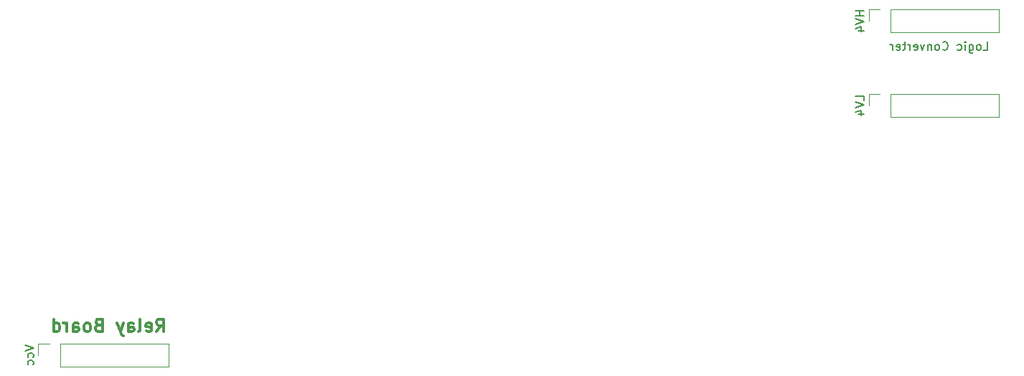
<source format=gbr>
G04 #@! TF.GenerationSoftware,KiCad,Pcbnew,(5.1.5-0)*
G04 #@! TF.CreationDate,2020-01-06T21:19:35-06:00*
G04 #@! TF.ProjectId,PCB,5043422e-6b69-4636-9164-5f7063625858,rev?*
G04 #@! TF.SameCoordinates,Original*
G04 #@! TF.FileFunction,Legend,Bot*
G04 #@! TF.FilePolarity,Positive*
%FSLAX46Y46*%
G04 Gerber Fmt 4.6, Leading zero omitted, Abs format (unit mm)*
G04 Created by KiCad (PCBNEW (5.1.5-0)) date 2020-01-06 21:19:35*
%MOMM*%
%LPD*%
G04 APERTURE LIST*
%ADD10C,0.300000*%
%ADD11C,0.150000*%
%ADD12C,0.120000*%
G04 APERTURE END LIST*
D10*
X112642857Y-121678571D02*
X113142857Y-120964285D01*
X113500000Y-121678571D02*
X113500000Y-120178571D01*
X112928571Y-120178571D01*
X112785714Y-120250000D01*
X112714285Y-120321428D01*
X112642857Y-120464285D01*
X112642857Y-120678571D01*
X112714285Y-120821428D01*
X112785714Y-120892857D01*
X112928571Y-120964285D01*
X113500000Y-120964285D01*
X111428571Y-121607142D02*
X111571428Y-121678571D01*
X111857142Y-121678571D01*
X112000000Y-121607142D01*
X112071428Y-121464285D01*
X112071428Y-120892857D01*
X112000000Y-120750000D01*
X111857142Y-120678571D01*
X111571428Y-120678571D01*
X111428571Y-120750000D01*
X111357142Y-120892857D01*
X111357142Y-121035714D01*
X112071428Y-121178571D01*
X110500000Y-121678571D02*
X110642857Y-121607142D01*
X110714285Y-121464285D01*
X110714285Y-120178571D01*
X109285714Y-121678571D02*
X109285714Y-120892857D01*
X109357142Y-120750000D01*
X109500000Y-120678571D01*
X109785714Y-120678571D01*
X109928571Y-120750000D01*
X109285714Y-121607142D02*
X109428571Y-121678571D01*
X109785714Y-121678571D01*
X109928571Y-121607142D01*
X110000000Y-121464285D01*
X110000000Y-121321428D01*
X109928571Y-121178571D01*
X109785714Y-121107142D01*
X109428571Y-121107142D01*
X109285714Y-121035714D01*
X108714285Y-120678571D02*
X108357142Y-121678571D01*
X108000000Y-120678571D02*
X108357142Y-121678571D01*
X108500000Y-122035714D01*
X108571428Y-122107142D01*
X108714285Y-122178571D01*
X105785714Y-120892857D02*
X105571428Y-120964285D01*
X105500000Y-121035714D01*
X105428571Y-121178571D01*
X105428571Y-121392857D01*
X105500000Y-121535714D01*
X105571428Y-121607142D01*
X105714285Y-121678571D01*
X106285714Y-121678571D01*
X106285714Y-120178571D01*
X105785714Y-120178571D01*
X105642857Y-120250000D01*
X105571428Y-120321428D01*
X105500000Y-120464285D01*
X105500000Y-120607142D01*
X105571428Y-120750000D01*
X105642857Y-120821428D01*
X105785714Y-120892857D01*
X106285714Y-120892857D01*
X104571428Y-121678571D02*
X104714285Y-121607142D01*
X104785714Y-121535714D01*
X104857142Y-121392857D01*
X104857142Y-120964285D01*
X104785714Y-120821428D01*
X104714285Y-120750000D01*
X104571428Y-120678571D01*
X104357142Y-120678571D01*
X104214285Y-120750000D01*
X104142857Y-120821428D01*
X104071428Y-120964285D01*
X104071428Y-121392857D01*
X104142857Y-121535714D01*
X104214285Y-121607142D01*
X104357142Y-121678571D01*
X104571428Y-121678571D01*
X102785714Y-121678571D02*
X102785714Y-120892857D01*
X102857142Y-120750000D01*
X103000000Y-120678571D01*
X103285714Y-120678571D01*
X103428571Y-120750000D01*
X102785714Y-121607142D02*
X102928571Y-121678571D01*
X103285714Y-121678571D01*
X103428571Y-121607142D01*
X103500000Y-121464285D01*
X103500000Y-121321428D01*
X103428571Y-121178571D01*
X103285714Y-121107142D01*
X102928571Y-121107142D01*
X102785714Y-121035714D01*
X102071428Y-121678571D02*
X102071428Y-120678571D01*
X102071428Y-120964285D02*
X102000000Y-120821428D01*
X101928571Y-120750000D01*
X101785714Y-120678571D01*
X101642857Y-120678571D01*
X100500000Y-121678571D02*
X100500000Y-120178571D01*
X100500000Y-121607142D02*
X100642857Y-121678571D01*
X100928571Y-121678571D01*
X101071428Y-121607142D01*
X101142857Y-121535714D01*
X101214285Y-121392857D01*
X101214285Y-120964285D01*
X101142857Y-120821428D01*
X101071428Y-120750000D01*
X100928571Y-120678571D01*
X100642857Y-120678571D01*
X100500000Y-120750000D01*
D11*
X210190476Y-88452380D02*
X210666666Y-88452380D01*
X210666666Y-87452380D01*
X209714285Y-88452380D02*
X209809523Y-88404761D01*
X209857142Y-88357142D01*
X209904761Y-88261904D01*
X209904761Y-87976190D01*
X209857142Y-87880952D01*
X209809523Y-87833333D01*
X209714285Y-87785714D01*
X209571428Y-87785714D01*
X209476190Y-87833333D01*
X209428571Y-87880952D01*
X209380952Y-87976190D01*
X209380952Y-88261904D01*
X209428571Y-88357142D01*
X209476190Y-88404761D01*
X209571428Y-88452380D01*
X209714285Y-88452380D01*
X208523809Y-87785714D02*
X208523809Y-88595238D01*
X208571428Y-88690476D01*
X208619047Y-88738095D01*
X208714285Y-88785714D01*
X208857142Y-88785714D01*
X208952380Y-88738095D01*
X208523809Y-88404761D02*
X208619047Y-88452380D01*
X208809523Y-88452380D01*
X208904761Y-88404761D01*
X208952380Y-88357142D01*
X209000000Y-88261904D01*
X209000000Y-87976190D01*
X208952380Y-87880952D01*
X208904761Y-87833333D01*
X208809523Y-87785714D01*
X208619047Y-87785714D01*
X208523809Y-87833333D01*
X208047619Y-88452380D02*
X208047619Y-87785714D01*
X208047619Y-87452380D02*
X208095238Y-87500000D01*
X208047619Y-87547619D01*
X208000000Y-87500000D01*
X208047619Y-87452380D01*
X208047619Y-87547619D01*
X207142857Y-88404761D02*
X207238095Y-88452380D01*
X207428571Y-88452380D01*
X207523809Y-88404761D01*
X207571428Y-88357142D01*
X207619047Y-88261904D01*
X207619047Y-87976190D01*
X207571428Y-87880952D01*
X207523809Y-87833333D01*
X207428571Y-87785714D01*
X207238095Y-87785714D01*
X207142857Y-87833333D01*
X205380952Y-88357142D02*
X205428571Y-88404761D01*
X205571428Y-88452380D01*
X205666666Y-88452380D01*
X205809523Y-88404761D01*
X205904761Y-88309523D01*
X205952380Y-88214285D01*
X206000000Y-88023809D01*
X206000000Y-87880952D01*
X205952380Y-87690476D01*
X205904761Y-87595238D01*
X205809523Y-87500000D01*
X205666666Y-87452380D01*
X205571428Y-87452380D01*
X205428571Y-87500000D01*
X205380952Y-87547619D01*
X204809523Y-88452380D02*
X204904761Y-88404761D01*
X204952380Y-88357142D01*
X205000000Y-88261904D01*
X205000000Y-87976190D01*
X204952380Y-87880952D01*
X204904761Y-87833333D01*
X204809523Y-87785714D01*
X204666666Y-87785714D01*
X204571428Y-87833333D01*
X204523809Y-87880952D01*
X204476190Y-87976190D01*
X204476190Y-88261904D01*
X204523809Y-88357142D01*
X204571428Y-88404761D01*
X204666666Y-88452380D01*
X204809523Y-88452380D01*
X204047619Y-87785714D02*
X204047619Y-88452380D01*
X204047619Y-87880952D02*
X204000000Y-87833333D01*
X203904761Y-87785714D01*
X203761904Y-87785714D01*
X203666666Y-87833333D01*
X203619047Y-87928571D01*
X203619047Y-88452380D01*
X203238095Y-87785714D02*
X203000000Y-88452380D01*
X202761904Y-87785714D01*
X202000000Y-88404761D02*
X202095238Y-88452380D01*
X202285714Y-88452380D01*
X202380952Y-88404761D01*
X202428571Y-88309523D01*
X202428571Y-87928571D01*
X202380952Y-87833333D01*
X202285714Y-87785714D01*
X202095238Y-87785714D01*
X202000000Y-87833333D01*
X201952380Y-87928571D01*
X201952380Y-88023809D01*
X202428571Y-88119047D01*
X201523809Y-88452380D02*
X201523809Y-87785714D01*
X201523809Y-87976190D02*
X201476190Y-87880952D01*
X201428571Y-87833333D01*
X201333333Y-87785714D01*
X201238095Y-87785714D01*
X201047619Y-87785714D02*
X200666666Y-87785714D01*
X200904761Y-87452380D02*
X200904761Y-88309523D01*
X200857142Y-88404761D01*
X200761904Y-88452380D01*
X200666666Y-88452380D01*
X199952380Y-88404761D02*
X200047619Y-88452380D01*
X200238095Y-88452380D01*
X200333333Y-88404761D01*
X200380952Y-88309523D01*
X200380952Y-87928571D01*
X200333333Y-87833333D01*
X200238095Y-87785714D01*
X200047619Y-87785714D01*
X199952380Y-87833333D01*
X199904761Y-87928571D01*
X199904761Y-88023809D01*
X200380952Y-88119047D01*
X199476190Y-88452380D02*
X199476190Y-87785714D01*
X199476190Y-87976190D02*
X199428571Y-87880952D01*
X199380952Y-87833333D01*
X199285714Y-87785714D01*
X199190476Y-87785714D01*
D12*
X98670000Y-123130000D02*
X98670000Y-124460000D01*
X100000000Y-123130000D02*
X98670000Y-123130000D01*
X101270000Y-123130000D02*
X101270000Y-125790000D01*
X101270000Y-125790000D02*
X114030000Y-125790000D01*
X101270000Y-123130000D02*
X114030000Y-123130000D01*
X114030000Y-123130000D02*
X114030000Y-125790000D01*
X196670000Y-93670000D02*
X196670000Y-95000000D01*
X198000000Y-93670000D02*
X196670000Y-93670000D01*
X199270000Y-93670000D02*
X199270000Y-96330000D01*
X199270000Y-96330000D02*
X212030000Y-96330000D01*
X199270000Y-93670000D02*
X212030000Y-93670000D01*
X212030000Y-93670000D02*
X212030000Y-96330000D01*
X196670000Y-83670000D02*
X196670000Y-85000000D01*
X198000000Y-83670000D02*
X196670000Y-83670000D01*
X199270000Y-83670000D02*
X199270000Y-86330000D01*
X199270000Y-86330000D02*
X212030000Y-86330000D01*
X199270000Y-83670000D02*
X212030000Y-83670000D01*
X212030000Y-83670000D02*
X212030000Y-86330000D01*
D11*
X97122380Y-123269523D02*
X98122380Y-123602857D01*
X97122380Y-123936190D01*
X98074761Y-124698095D02*
X98122380Y-124602857D01*
X98122380Y-124412380D01*
X98074761Y-124317142D01*
X98027142Y-124269523D01*
X97931904Y-124221904D01*
X97646190Y-124221904D01*
X97550952Y-124269523D01*
X97503333Y-124317142D01*
X97455714Y-124412380D01*
X97455714Y-124602857D01*
X97503333Y-124698095D01*
X98074761Y-125555238D02*
X98122380Y-125460000D01*
X98122380Y-125269523D01*
X98074761Y-125174285D01*
X98027142Y-125126666D01*
X97931904Y-125079047D01*
X97646190Y-125079047D01*
X97550952Y-125126666D01*
X97503333Y-125174285D01*
X97455714Y-125269523D01*
X97455714Y-125460000D01*
X97503333Y-125555238D01*
X196122380Y-94404761D02*
X196122380Y-93928571D01*
X195122380Y-93928571D01*
X195122380Y-94595238D02*
X196122380Y-94928571D01*
X195122380Y-95261904D01*
X195455714Y-96023809D02*
X196122380Y-96023809D01*
X195074761Y-95785714D02*
X195789047Y-95547619D01*
X195789047Y-96166666D01*
X196122380Y-83809523D02*
X195122380Y-83809523D01*
X195598571Y-83809523D02*
X195598571Y-84380952D01*
X196122380Y-84380952D02*
X195122380Y-84380952D01*
X195122380Y-84714285D02*
X196122380Y-85047619D01*
X195122380Y-85380952D01*
X195455714Y-86142857D02*
X196122380Y-86142857D01*
X195074761Y-85904761D02*
X195789047Y-85666666D01*
X195789047Y-86285714D01*
M02*

</source>
